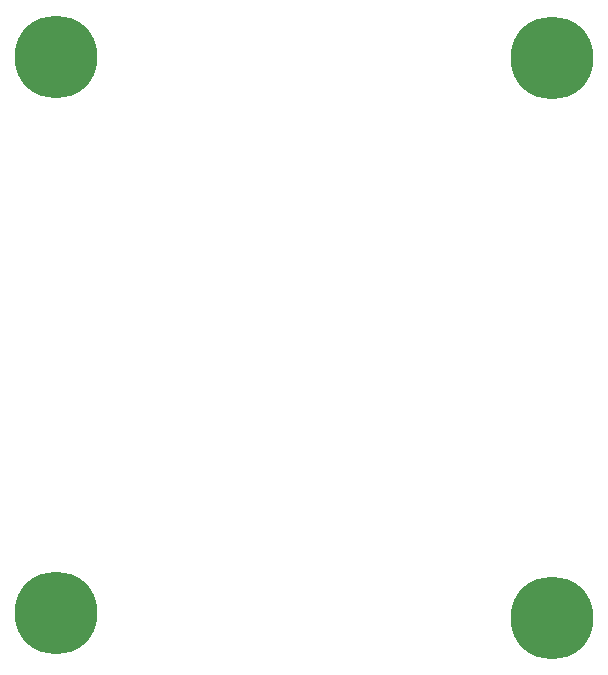
<source format=gko>
G04 Layer_Color=16711935*
%FSLAX44Y44*%
%MOMM*%
G71*
G01*
G75*
%ADD53C,7.0000*%
D53*
X784250Y468500D02*
D03*
X784000Y939070D02*
D03*
X1204250Y938750D02*
D03*
Y464570D02*
D03*
M02*

</source>
